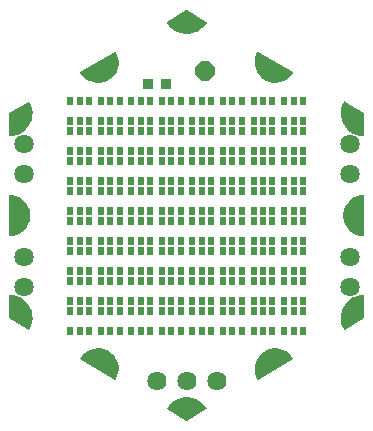
<source format=gbr>
G04 EAGLE Gerber RS-274X export*
G75*
%MOMM*%
%FSLAX34Y34*%
%LPD*%
%INSoldermask Top*%
%IPPOS*%
%AMOC8*
5,1,8,0,0,1.08239X$1,22.5*%
G01*
%ADD10R,0.901600X0.901600*%
%ADD11P,1.759533X8X22.500000*%
%ADD12C,1.625600*%
%ADD13C,1.101600*%
%ADD14R,0.551600X0.751600*%
%ADD15C,1.631600*%

G36*
X-73116Y285545D02*
X-73116Y285545D01*
X-73082Y285553D01*
X-73034Y285554D01*
X-70279Y286093D01*
X-70246Y286106D01*
X-70199Y286115D01*
X-67570Y287100D01*
X-67540Y287118D01*
X-67495Y287135D01*
X-65064Y288539D01*
X-65038Y288562D01*
X-64996Y288586D01*
X-62829Y290371D01*
X-62807Y290398D01*
X-62769Y290428D01*
X-60925Y292545D01*
X-60908Y292576D01*
X-60877Y292612D01*
X-59406Y295004D01*
X-59394Y295036D01*
X-59369Y295077D01*
X-58313Y297679D01*
X-58306Y297713D01*
X-58288Y297757D01*
X-57674Y300497D01*
X-57673Y300532D01*
X-57663Y300579D01*
X-57508Y303382D01*
X-57513Y303417D01*
X-57510Y303465D01*
X-57819Y306255D01*
X-57830Y306288D01*
X-57835Y306336D01*
X-58599Y309038D01*
X-58615Y309069D01*
X-58628Y309115D01*
X-59826Y311654D01*
X-59844Y311678D01*
X-59854Y311705D01*
X-59902Y311757D01*
X-59945Y311814D01*
X-59970Y311828D01*
X-59990Y311850D01*
X-60055Y311878D01*
X-60117Y311914D01*
X-60146Y311918D01*
X-60172Y311929D01*
X-60244Y311930D01*
X-60314Y311939D01*
X-60342Y311931D01*
X-60371Y311932D01*
X-60465Y311897D01*
X-60505Y311885D01*
X-60514Y311879D01*
X-60527Y311874D01*
X-89972Y294874D01*
X-89994Y294854D01*
X-90020Y294842D01*
X-90053Y294805D01*
X-90059Y294801D01*
X-90064Y294794D01*
X-90068Y294789D01*
X-90121Y294742D01*
X-90134Y294716D01*
X-90153Y294694D01*
X-90176Y294627D01*
X-90207Y294563D01*
X-90208Y294533D01*
X-90217Y294506D01*
X-90212Y294435D01*
X-90216Y294364D01*
X-90205Y294336D01*
X-90203Y294307D01*
X-90161Y294217D01*
X-90146Y294178D01*
X-90139Y294169D01*
X-90133Y294157D01*
X-88533Y291850D01*
X-88508Y291826D01*
X-88480Y291786D01*
X-86523Y289773D01*
X-86494Y289754D01*
X-86460Y289719D01*
X-84198Y288056D01*
X-84167Y288042D01*
X-84128Y288013D01*
X-81623Y286745D01*
X-81589Y286736D01*
X-81546Y286714D01*
X-78867Y285876D01*
X-78832Y285873D01*
X-78786Y285858D01*
X-76005Y285473D01*
X-75970Y285475D01*
X-75923Y285468D01*
X-73116Y285545D01*
G37*
G36*
X60342Y34144D02*
X60342Y34144D01*
X60371Y34143D01*
X60465Y34178D01*
X60505Y34190D01*
X60514Y34196D01*
X60527Y34201D01*
X89972Y51201D01*
X89994Y51221D01*
X90020Y51233D01*
X90068Y51286D01*
X90121Y51333D01*
X90134Y51359D01*
X90153Y51381D01*
X90176Y51448D01*
X90207Y51512D01*
X90208Y51542D01*
X90217Y51569D01*
X90212Y51640D01*
X90216Y51711D01*
X90205Y51739D01*
X90203Y51768D01*
X90161Y51858D01*
X90146Y51897D01*
X90139Y51906D01*
X90133Y51918D01*
X88533Y54225D01*
X88508Y54249D01*
X88480Y54289D01*
X86523Y56302D01*
X86494Y56321D01*
X86460Y56356D01*
X84198Y58019D01*
X84167Y58033D01*
X84128Y58062D01*
X81623Y59330D01*
X81589Y59339D01*
X81546Y59361D01*
X78867Y60199D01*
X78832Y60202D01*
X78786Y60217D01*
X76005Y60602D01*
X75970Y60600D01*
X75923Y60607D01*
X73116Y60530D01*
X73082Y60522D01*
X73034Y60521D01*
X70279Y59982D01*
X70246Y59969D01*
X70199Y59960D01*
X67570Y58975D01*
X67540Y58957D01*
X67495Y58940D01*
X65064Y57536D01*
X65038Y57513D01*
X64996Y57489D01*
X62829Y55704D01*
X62807Y55677D01*
X62769Y55647D01*
X60925Y53530D01*
X60908Y53499D01*
X60877Y53463D01*
X59406Y51071D01*
X59394Y51039D01*
X59369Y50998D01*
X58313Y48396D01*
X58306Y48362D01*
X58288Y48318D01*
X57674Y45578D01*
X57673Y45543D01*
X57663Y45496D01*
X57508Y42693D01*
X57513Y42658D01*
X57510Y42610D01*
X57819Y39820D01*
X57830Y39787D01*
X57835Y39739D01*
X58599Y37037D01*
X58615Y37006D01*
X58628Y36960D01*
X59826Y34421D01*
X59844Y34397D01*
X59854Y34370D01*
X59902Y34318D01*
X59945Y34261D01*
X59970Y34247D01*
X59990Y34225D01*
X60055Y34197D01*
X60117Y34161D01*
X60146Y34157D01*
X60172Y34146D01*
X60244Y34145D01*
X60314Y34136D01*
X60342Y34144D01*
G37*
G36*
X-60219Y34170D02*
X-60219Y34170D01*
X-60148Y34175D01*
X-60122Y34189D01*
X-60093Y34194D01*
X-60035Y34234D01*
X-59972Y34267D01*
X-59953Y34289D01*
X-59929Y34306D01*
X-59872Y34387D01*
X-59845Y34420D01*
X-59842Y34431D01*
X-59834Y34442D01*
X-58639Y36979D01*
X-58630Y37013D01*
X-58610Y37057D01*
X-57848Y39756D01*
X-57846Y39790D01*
X-57833Y39837D01*
X-57526Y42624D01*
X-57529Y42652D01*
X-57527Y42660D01*
X-57528Y42665D01*
X-57524Y42707D01*
X-57680Y45507D01*
X-57689Y45540D01*
X-57692Y45589D01*
X-58307Y48325D01*
X-58321Y48356D01*
X-58331Y48403D01*
X-59388Y51001D01*
X-59408Y51030D01*
X-59426Y51075D01*
X-60896Y53463D01*
X-60920Y53488D01*
X-60945Y53529D01*
X-62788Y55643D01*
X-62816Y55664D01*
X-62847Y55700D01*
X-65013Y57482D01*
X-65044Y57498D01*
X-65081Y57529D01*
X-67511Y58929D01*
X-67544Y58940D01*
X-67585Y58965D01*
X-70212Y59946D01*
X-70246Y59952D01*
X-70292Y59969D01*
X-73044Y60504D01*
X-73079Y60504D01*
X-73126Y60513D01*
X-75930Y60589D01*
X-75964Y60583D01*
X-76012Y60584D01*
X-78790Y60197D01*
X-78823Y60186D01*
X-78870Y60179D01*
X-81546Y59340D01*
X-81577Y59323D01*
X-81623Y59309D01*
X-84124Y58041D01*
X-84151Y58020D01*
X-84194Y57998D01*
X-86453Y56335D01*
X-86476Y56310D01*
X-86515Y56281D01*
X-88470Y54270D01*
X-88488Y54241D01*
X-88522Y54206D01*
X-90118Y51900D01*
X-90130Y51874D01*
X-90148Y51851D01*
X-90158Y51820D01*
X-90165Y51809D01*
X-90169Y51782D01*
X-90197Y51718D01*
X-90197Y51688D01*
X-90205Y51660D01*
X-90197Y51590D01*
X-90198Y51519D01*
X-90186Y51492D01*
X-90183Y51463D01*
X-90148Y51401D01*
X-90121Y51335D01*
X-90100Y51315D01*
X-90086Y51290D01*
X-90009Y51226D01*
X-89978Y51197D01*
X-89968Y51192D01*
X-89957Y51184D01*
X-60535Y34222D01*
X-60507Y34213D01*
X-60483Y34197D01*
X-60414Y34182D01*
X-60346Y34159D01*
X-60317Y34162D01*
X-60289Y34156D01*
X-60219Y34170D01*
G37*
G36*
X75964Y285492D02*
X75964Y285492D01*
X76012Y285491D01*
X78790Y285878D01*
X78823Y285889D01*
X78870Y285896D01*
X81546Y286735D01*
X81577Y286752D01*
X81623Y286766D01*
X84124Y288034D01*
X84151Y288055D01*
X84194Y288077D01*
X86453Y289740D01*
X86476Y289765D01*
X86515Y289794D01*
X86843Y290131D01*
X87328Y290631D01*
X87813Y291130D01*
X88298Y291629D01*
X88470Y291805D01*
X88488Y291834D01*
X88522Y291869D01*
X90118Y294175D01*
X90130Y294201D01*
X90148Y294224D01*
X90169Y294292D01*
X90197Y294357D01*
X90197Y294387D01*
X90205Y294415D01*
X90197Y294485D01*
X90198Y294556D01*
X90186Y294583D01*
X90183Y294612D01*
X90148Y294674D01*
X90121Y294740D01*
X90100Y294760D01*
X90086Y294785D01*
X90024Y294836D01*
X90019Y294843D01*
X90009Y294849D01*
X89978Y294878D01*
X89968Y294883D01*
X89957Y294891D01*
X60535Y311853D01*
X60507Y311862D01*
X60483Y311878D01*
X60414Y311893D01*
X60346Y311916D01*
X60317Y311913D01*
X60289Y311919D01*
X60219Y311905D01*
X60148Y311900D01*
X60122Y311886D01*
X60093Y311881D01*
X60035Y311841D01*
X59972Y311808D01*
X59953Y311786D01*
X59929Y311769D01*
X59872Y311688D01*
X59845Y311655D01*
X59842Y311644D01*
X59834Y311633D01*
X58639Y309096D01*
X58630Y309062D01*
X58610Y309018D01*
X57848Y306319D01*
X57846Y306285D01*
X57833Y306238D01*
X57526Y303451D01*
X57529Y303416D01*
X57524Y303368D01*
X57680Y300568D01*
X57689Y300535D01*
X57692Y300486D01*
X58307Y297750D01*
X58321Y297719D01*
X58331Y297672D01*
X59388Y295074D01*
X59408Y295045D01*
X59426Y295000D01*
X60896Y292612D01*
X60920Y292587D01*
X60945Y292546D01*
X62788Y290432D01*
X62816Y290411D01*
X62847Y290375D01*
X65013Y288593D01*
X65044Y288577D01*
X65081Y288546D01*
X67511Y287146D01*
X67544Y287135D01*
X67585Y287110D01*
X70212Y286129D01*
X70246Y286123D01*
X70292Y286106D01*
X73044Y285571D01*
X73079Y285571D01*
X73126Y285562D01*
X75930Y285486D01*
X75964Y285492D01*
G37*
G36*
X-149981Y155562D02*
X-149981Y155562D01*
X-149967Y155561D01*
X-147172Y155791D01*
X-147139Y155801D01*
X-147091Y155805D01*
X-144371Y156491D01*
X-144340Y156506D01*
X-144293Y156518D01*
X-141724Y157643D01*
X-141696Y157663D01*
X-141652Y157682D01*
X-139303Y159214D01*
X-139278Y159239D01*
X-139238Y159265D01*
X-137173Y161163D01*
X-137153Y161191D01*
X-137148Y161196D01*
X-137137Y161203D01*
X-137133Y161209D01*
X-137118Y161224D01*
X-135393Y163436D01*
X-135378Y163467D01*
X-135348Y163505D01*
X-134012Y165970D01*
X-134002Y166003D01*
X-133979Y166046D01*
X-133066Y168698D01*
X-133062Y168732D01*
X-133046Y168778D01*
X-132583Y171543D01*
X-132584Y171578D01*
X-132576Y171626D01*
X-132574Y174430D01*
X-132581Y174464D01*
X-132581Y174512D01*
X-133040Y177279D01*
X-133053Y177311D01*
X-133061Y177359D01*
X-133970Y180012D01*
X-133987Y180042D01*
X-134003Y180087D01*
X-135336Y182555D01*
X-135358Y182581D01*
X-135381Y182624D01*
X-137102Y184838D01*
X-137128Y184861D01*
X-137158Y184899D01*
X-139220Y186800D01*
X-139249Y186818D01*
X-139285Y186850D01*
X-141632Y188386D01*
X-141664Y188399D01*
X-141704Y188425D01*
X-144272Y189553D01*
X-144305Y189561D01*
X-144350Y189580D01*
X-147068Y190270D01*
X-147102Y190272D01*
X-147149Y190284D01*
X-149944Y190518D01*
X-149973Y190514D01*
X-150002Y190519D01*
X-150071Y190503D01*
X-150141Y190494D01*
X-150167Y190480D01*
X-150195Y190473D01*
X-150252Y190431D01*
X-150314Y190396D01*
X-150332Y190373D01*
X-150355Y190355D01*
X-150392Y190294D01*
X-150435Y190238D01*
X-150442Y190209D01*
X-150457Y190184D01*
X-150474Y190086D01*
X-150484Y190045D01*
X-150482Y190034D01*
X-150485Y190020D01*
X-150507Y156059D01*
X-150501Y156031D01*
X-150504Y156001D01*
X-150482Y155934D01*
X-150468Y155864D01*
X-150451Y155840D01*
X-150442Y155812D01*
X-150396Y155759D01*
X-150355Y155700D01*
X-150331Y155685D01*
X-150312Y155663D01*
X-150248Y155631D01*
X-150188Y155593D01*
X-150159Y155588D01*
X-150133Y155575D01*
X-150034Y155567D01*
X-149992Y155560D01*
X-149981Y155562D01*
G37*
G36*
X150071Y155572D02*
X150071Y155572D01*
X150141Y155581D01*
X150167Y155595D01*
X150195Y155602D01*
X150252Y155644D01*
X150314Y155679D01*
X150332Y155702D01*
X150355Y155720D01*
X150392Y155781D01*
X150435Y155837D01*
X150442Y155866D01*
X150457Y155891D01*
X150474Y155989D01*
X150484Y156030D01*
X150482Y156041D01*
X150485Y156055D01*
X150507Y190016D01*
X150507Y190019D01*
X150507Y190021D01*
X150503Y190039D01*
X150501Y190044D01*
X150504Y190074D01*
X150482Y190141D01*
X150468Y190211D01*
X150451Y190235D01*
X150442Y190263D01*
X150396Y190316D01*
X150355Y190375D01*
X150331Y190390D01*
X150312Y190412D01*
X150248Y190444D01*
X150188Y190482D01*
X150159Y190487D01*
X150133Y190500D01*
X150034Y190508D01*
X149992Y190515D01*
X149981Y190513D01*
X149967Y190514D01*
X147172Y190284D01*
X147139Y190274D01*
X147091Y190270D01*
X144371Y189584D01*
X144340Y189569D01*
X144293Y189557D01*
X141724Y188432D01*
X141696Y188412D01*
X141652Y188393D01*
X139303Y186861D01*
X139278Y186836D01*
X139238Y186810D01*
X137173Y184912D01*
X137153Y184884D01*
X137118Y184851D01*
X135393Y182639D01*
X135378Y182608D01*
X135348Y182570D01*
X134012Y180105D01*
X134002Y180072D01*
X133979Y180029D01*
X133066Y177377D01*
X133062Y177343D01*
X133046Y177297D01*
X132583Y174532D01*
X132584Y174497D01*
X132576Y174449D01*
X132574Y171645D01*
X132581Y171611D01*
X132581Y171563D01*
X133040Y168796D01*
X133053Y168764D01*
X133061Y168716D01*
X133970Y166063D01*
X133987Y166033D01*
X134003Y165988D01*
X135336Y163520D01*
X135358Y163494D01*
X135381Y163451D01*
X137102Y161237D01*
X137128Y161214D01*
X137158Y161176D01*
X139220Y159275D01*
X139249Y159257D01*
X139285Y159225D01*
X141632Y157689D01*
X141664Y157676D01*
X141704Y157650D01*
X144272Y156522D01*
X144305Y156514D01*
X144350Y156495D01*
X147068Y155805D01*
X147102Y155803D01*
X147149Y155791D01*
X149944Y155557D01*
X149973Y155561D01*
X150002Y155556D01*
X150071Y155572D01*
G37*
G36*
X150105Y240116D02*
X150105Y240116D01*
X150176Y240124D01*
X150201Y240139D01*
X150229Y240145D01*
X150286Y240188D01*
X150348Y240223D01*
X150366Y240246D01*
X150389Y240263D01*
X150425Y240325D01*
X150468Y240382D01*
X150475Y240410D01*
X150490Y240435D01*
X150507Y240533D01*
X150517Y240574D01*
X150515Y240585D01*
X150518Y240599D01*
X150495Y259638D01*
X150479Y259714D01*
X150471Y259790D01*
X150460Y259810D01*
X150455Y259833D01*
X150411Y259896D01*
X150374Y259963D01*
X150354Y259980D01*
X150342Y259997D01*
X150305Y260021D01*
X150246Y260070D01*
X133769Y269609D01*
X133741Y269618D01*
X133717Y269635D01*
X133648Y269650D01*
X133580Y269672D01*
X133551Y269670D01*
X133523Y269676D01*
X133453Y269663D01*
X133382Y269657D01*
X133356Y269644D01*
X133328Y269638D01*
X133268Y269598D01*
X133205Y269566D01*
X133187Y269543D01*
X133163Y269527D01*
X133105Y269445D01*
X133078Y269413D01*
X133075Y269402D01*
X133067Y269391D01*
X131753Y266621D01*
X131745Y266588D01*
X131724Y266546D01*
X130871Y263601D01*
X130869Y263567D01*
X130855Y263522D01*
X130486Y260478D01*
X130488Y260444D01*
X130482Y260398D01*
X130606Y257334D01*
X130614Y257301D01*
X130616Y257254D01*
X131229Y254250D01*
X131242Y254219D01*
X131251Y254173D01*
X132339Y251306D01*
X132357Y251277D01*
X132373Y251233D01*
X133906Y248578D01*
X133929Y248552D01*
X133952Y248512D01*
X135891Y246137D01*
X135917Y246115D01*
X135947Y246079D01*
X138242Y244046D01*
X138271Y244029D01*
X138306Y243997D01*
X140897Y242358D01*
X140929Y242346D01*
X140969Y242321D01*
X143789Y241119D01*
X143823Y241112D01*
X143866Y241094D01*
X146843Y240360D01*
X146877Y240359D01*
X146922Y240347D01*
X149978Y240100D01*
X150007Y240104D01*
X150035Y240099D01*
X150105Y240116D01*
G37*
G36*
X-133453Y76412D02*
X-133453Y76412D01*
X-133382Y76418D01*
X-133356Y76431D01*
X-133328Y76437D01*
X-133268Y76477D01*
X-133205Y76509D01*
X-133187Y76532D01*
X-133163Y76548D01*
X-133105Y76630D01*
X-133078Y76662D01*
X-133075Y76673D01*
X-133067Y76684D01*
X-131753Y79454D01*
X-131745Y79487D01*
X-131724Y79529D01*
X-130871Y82474D01*
X-130869Y82508D01*
X-130855Y82553D01*
X-130486Y85597D01*
X-130488Y85631D01*
X-130482Y85677D01*
X-130606Y88741D01*
X-130614Y88774D01*
X-130616Y88821D01*
X-131229Y91825D01*
X-131242Y91856D01*
X-131251Y91902D01*
X-132339Y94769D01*
X-132357Y94798D01*
X-132373Y94842D01*
X-133906Y97497D01*
X-133929Y97523D01*
X-133952Y97563D01*
X-135891Y99938D01*
X-135917Y99960D01*
X-135947Y99996D01*
X-138242Y102029D01*
X-138271Y102046D01*
X-138306Y102078D01*
X-140897Y103717D01*
X-140929Y103729D01*
X-140969Y103754D01*
X-143789Y104956D01*
X-143823Y104963D01*
X-143866Y104981D01*
X-146843Y105715D01*
X-146877Y105716D01*
X-146922Y105728D01*
X-149978Y105975D01*
X-150007Y105971D01*
X-150035Y105976D01*
X-150105Y105959D01*
X-150176Y105951D01*
X-150201Y105936D01*
X-150229Y105930D01*
X-150286Y105887D01*
X-150348Y105852D01*
X-150366Y105829D01*
X-150389Y105812D01*
X-150425Y105750D01*
X-150468Y105693D01*
X-150475Y105665D01*
X-150490Y105640D01*
X-150507Y105542D01*
X-150517Y105501D01*
X-150515Y105490D01*
X-150518Y105476D01*
X-150495Y86437D01*
X-150479Y86361D01*
X-150471Y86285D01*
X-150460Y86265D01*
X-150455Y86242D01*
X-150411Y86179D01*
X-150374Y86112D01*
X-150354Y86095D01*
X-150342Y86078D01*
X-150305Y86054D01*
X-150246Y86005D01*
X-133769Y76466D01*
X-133741Y76457D01*
X-133717Y76440D01*
X-133648Y76425D01*
X-133580Y76403D01*
X-133551Y76405D01*
X-133523Y76399D01*
X-133453Y76412D01*
G37*
G36*
X133609Y76444D02*
X133609Y76444D01*
X133637Y76443D01*
X133733Y76479D01*
X133773Y76490D01*
X133781Y76497D01*
X133793Y76501D01*
X150247Y86001D01*
X150306Y86053D01*
X150368Y86099D01*
X150380Y86118D01*
X150396Y86133D01*
X150430Y86203D01*
X150470Y86270D01*
X150474Y86295D01*
X150482Y86312D01*
X150484Y86357D01*
X150497Y86434D01*
X150474Y105474D01*
X150469Y105502D01*
X150471Y105530D01*
X150449Y105598D01*
X150434Y105669D01*
X150418Y105692D01*
X150409Y105719D01*
X150362Y105773D01*
X150322Y105832D01*
X150298Y105848D01*
X150279Y105869D01*
X150215Y105901D01*
X150154Y105939D01*
X150126Y105944D01*
X150100Y105956D01*
X150000Y105965D01*
X149958Y105972D01*
X149947Y105970D01*
X149934Y105971D01*
X146885Y105721D01*
X146852Y105711D01*
X146805Y105708D01*
X143835Y104972D01*
X143805Y104957D01*
X143759Y104946D01*
X143538Y104852D01*
X142370Y104353D01*
X141203Y103854D01*
X141202Y103854D01*
X140946Y103744D01*
X140918Y103725D01*
X140874Y103706D01*
X138290Y102068D01*
X138266Y102044D01*
X138226Y102020D01*
X135938Y99988D01*
X135918Y99961D01*
X135883Y99930D01*
X133950Y97557D01*
X133934Y97527D01*
X133905Y97491D01*
X132378Y94839D01*
X132367Y94807D01*
X132344Y94767D01*
X131262Y91904D01*
X131257Y91871D01*
X131240Y91827D01*
X130631Y88828D01*
X130631Y88795D01*
X130622Y88749D01*
X130502Y85691D01*
X130508Y85658D01*
X130505Y85611D01*
X130878Y82574D01*
X130889Y82542D01*
X130894Y82495D01*
X131749Y79557D01*
X131765Y79527D01*
X131777Y79482D01*
X133093Y76719D01*
X133110Y76697D01*
X133119Y76670D01*
X133169Y76618D01*
X133212Y76560D01*
X133237Y76546D01*
X133256Y76525D01*
X133322Y76497D01*
X133384Y76461D01*
X133412Y76457D01*
X133438Y76446D01*
X133510Y76445D01*
X133581Y76436D01*
X133609Y76444D01*
G37*
G36*
X-149947Y240105D02*
X-149947Y240105D01*
X-149934Y240104D01*
X-146885Y240354D01*
X-146852Y240364D01*
X-146805Y240367D01*
X-143835Y241103D01*
X-143805Y241118D01*
X-143759Y241129D01*
X-143731Y241141D01*
X-143730Y241141D01*
X-142563Y241640D01*
X-141395Y242139D01*
X-140946Y242331D01*
X-140918Y242350D01*
X-140874Y242369D01*
X-138290Y244007D01*
X-138266Y244031D01*
X-138226Y244055D01*
X-135938Y246087D01*
X-135918Y246114D01*
X-135883Y246145D01*
X-133950Y248518D01*
X-133934Y248548D01*
X-133905Y248584D01*
X-132378Y251236D01*
X-132367Y251268D01*
X-132344Y251308D01*
X-131262Y254171D01*
X-131257Y254204D01*
X-131240Y254248D01*
X-130631Y257247D01*
X-130631Y257280D01*
X-130622Y257326D01*
X-130502Y260384D01*
X-130508Y260417D01*
X-130505Y260464D01*
X-130878Y263501D01*
X-130889Y263533D01*
X-130894Y263580D01*
X-131749Y266518D01*
X-131765Y266548D01*
X-131777Y266593D01*
X-133093Y269356D01*
X-133110Y269378D01*
X-133119Y269405D01*
X-133169Y269457D01*
X-133212Y269515D01*
X-133237Y269529D01*
X-133256Y269550D01*
X-133322Y269578D01*
X-133384Y269614D01*
X-133412Y269618D01*
X-133438Y269629D01*
X-133510Y269630D01*
X-133581Y269639D01*
X-133609Y269631D01*
X-133637Y269632D01*
X-133733Y269596D01*
X-133773Y269585D01*
X-133781Y269578D01*
X-133793Y269574D01*
X-150247Y260074D01*
X-150306Y260022D01*
X-150368Y259976D01*
X-150380Y259957D01*
X-150396Y259942D01*
X-150430Y259872D01*
X-150470Y259805D01*
X-150474Y259780D01*
X-150482Y259763D01*
X-150484Y259718D01*
X-150497Y259641D01*
X-150474Y240601D01*
X-150469Y240573D01*
X-150471Y240545D01*
X-150449Y240477D01*
X-150434Y240406D01*
X-150418Y240383D01*
X-150409Y240356D01*
X-150362Y240302D01*
X-150322Y240243D01*
X-150298Y240227D01*
X-150279Y240206D01*
X-150215Y240174D01*
X-150154Y240136D01*
X-150126Y240131D01*
X-150100Y240119D01*
X-150000Y240110D01*
X-149958Y240103D01*
X-149947Y240105D01*
G37*
G36*
X1560Y326782D02*
X1560Y326782D01*
X1607Y326782D01*
X4628Y327269D01*
X4660Y327281D01*
X4706Y327288D01*
X7610Y328254D01*
X7639Y328271D01*
X7684Y328285D01*
X10395Y329704D01*
X10421Y329725D01*
X10463Y329747D01*
X12911Y331582D01*
X12934Y331607D01*
X12971Y331635D01*
X15093Y333839D01*
X15112Y333868D01*
X15144Y333902D01*
X16886Y336418D01*
X16897Y336444D01*
X16915Y336466D01*
X16936Y336535D01*
X16964Y336601D01*
X16964Y336629D01*
X16972Y336657D01*
X16964Y336728D01*
X16965Y336799D01*
X16954Y336826D01*
X16950Y336854D01*
X16916Y336917D01*
X16888Y336983D01*
X16867Y337003D01*
X16853Y337028D01*
X16776Y337092D01*
X16745Y337122D01*
X16735Y337126D01*
X16725Y337134D01*
X248Y346673D01*
X174Y346698D01*
X103Y346729D01*
X81Y346730D01*
X59Y346737D01*
X-18Y346731D01*
X-96Y346732D01*
X-119Y346723D01*
X-139Y346721D01*
X-178Y346701D01*
X-252Y346674D01*
X-16706Y337174D01*
X-16728Y337155D01*
X-16753Y337143D01*
X-16801Y337090D01*
X-16855Y337042D01*
X-16867Y337016D01*
X-16886Y336995D01*
X-16910Y336927D01*
X-16941Y336863D01*
X-16942Y336834D01*
X-16952Y336807D01*
X-16947Y336736D01*
X-16950Y336664D01*
X-16940Y336637D01*
X-16938Y336609D01*
X-16895Y336517D01*
X-16881Y336478D01*
X-16873Y336470D01*
X-16868Y336458D01*
X-15133Y333938D01*
X-15108Y333914D01*
X-15082Y333876D01*
X-12965Y331666D01*
X-12937Y331647D01*
X-12905Y331613D01*
X-10461Y329772D01*
X-10430Y329757D01*
X-10393Y329729D01*
X-7685Y328304D01*
X-7653Y328294D01*
X-7612Y328272D01*
X-4710Y327300D01*
X-4677Y327296D01*
X-4676Y327295D01*
X-4632Y327280D01*
X-1613Y326786D01*
X-1579Y326787D01*
X-1533Y326779D01*
X1527Y326776D01*
X1560Y326782D01*
G37*
G36*
X18Y-656D02*
X18Y-656D01*
X96Y-657D01*
X119Y-648D01*
X139Y-646D01*
X178Y-626D01*
X252Y-599D01*
X16706Y8901D01*
X16728Y8920D01*
X16753Y8932D01*
X16788Y8970D01*
X16791Y8972D01*
X16794Y8977D01*
X16801Y8985D01*
X16855Y9033D01*
X16867Y9059D01*
X16886Y9080D01*
X16910Y9148D01*
X16941Y9212D01*
X16942Y9241D01*
X16952Y9268D01*
X16947Y9339D01*
X16950Y9411D01*
X16940Y9438D01*
X16938Y9466D01*
X16895Y9558D01*
X16881Y9597D01*
X16873Y9605D01*
X16868Y9617D01*
X15133Y12137D01*
X15108Y12161D01*
X15082Y12199D01*
X12965Y14409D01*
X12937Y14428D01*
X12905Y14462D01*
X10461Y16303D01*
X10430Y16318D01*
X10393Y16346D01*
X7685Y17771D01*
X7653Y17781D01*
X7612Y17803D01*
X4710Y18775D01*
X4687Y18778D01*
X4674Y18780D01*
X4632Y18795D01*
X1613Y19289D01*
X1579Y19288D01*
X1533Y19296D01*
X-1527Y19299D01*
X-1560Y19293D01*
X-1607Y19293D01*
X-4628Y18806D01*
X-4660Y18794D01*
X-4706Y18787D01*
X-7610Y17821D01*
X-7639Y17804D01*
X-7684Y17790D01*
X-10395Y16371D01*
X-10421Y16350D01*
X-10463Y16328D01*
X-12911Y14493D01*
X-12934Y14468D01*
X-12971Y14440D01*
X-15093Y12236D01*
X-15112Y12207D01*
X-15144Y12173D01*
X-16886Y9657D01*
X-16897Y9631D01*
X-16915Y9609D01*
X-16936Y9540D01*
X-16964Y9474D01*
X-16964Y9446D01*
X-16972Y9418D01*
X-16964Y9347D01*
X-16965Y9276D01*
X-16954Y9249D01*
X-16950Y9221D01*
X-16916Y9158D01*
X-16888Y9092D01*
X-16867Y9072D01*
X-16853Y9047D01*
X-16776Y8983D01*
X-16745Y8953D01*
X-16735Y8949D01*
X-16725Y8941D01*
X-248Y-598D01*
X-174Y-623D01*
X-103Y-654D01*
X-81Y-655D01*
X-59Y-662D01*
X18Y-656D01*
G37*
D10*
X-32900Y284163D03*
X-17900Y284163D03*
D11*
X15875Y295275D03*
D12*
X-25400Y33338D03*
X0Y33338D03*
X25400Y33338D03*
D13*
X-16Y338266D03*
X143067Y255638D03*
X143084Y90409D03*
X16Y7809D03*
X-143067Y90438D03*
X-143084Y255666D03*
X71551Y296908D03*
X143051Y173067D03*
X71550Y49109D03*
X-71551Y49167D03*
X-143051Y173008D03*
X-71550Y296966D03*
D14*
X-72634Y101038D03*
X-56634Y101038D03*
X-64634Y118038D03*
X-72634Y118038D03*
X-56634Y118038D03*
X-64634Y101038D03*
X-46780Y101038D03*
X-30780Y101038D03*
X-38780Y118038D03*
X-46780Y118038D03*
X-30780Y118038D03*
X-38780Y101038D03*
X-20927Y101038D03*
X-4927Y101038D03*
X-12927Y118038D03*
X-20927Y118038D03*
X-4927Y118038D03*
X-12927Y101038D03*
X4927Y101038D03*
X20927Y101038D03*
X12927Y118038D03*
X4927Y118038D03*
X20927Y118038D03*
X12927Y101038D03*
X30780Y101038D03*
X46780Y101038D03*
X38780Y118038D03*
X30780Y118038D03*
X46780Y118038D03*
X38780Y101038D03*
X56634Y101038D03*
X72634Y101038D03*
X64634Y118038D03*
X56634Y118038D03*
X72634Y118038D03*
X64634Y101038D03*
X82488Y101038D03*
X98488Y101038D03*
X90488Y118038D03*
X82488Y118038D03*
X98488Y118038D03*
X90488Y101038D03*
X-98488Y126438D03*
X-82488Y126438D03*
X-90488Y143438D03*
X-98488Y143438D03*
X-82488Y143438D03*
X-90488Y126438D03*
X-72634Y126438D03*
X-56634Y126438D03*
X-64634Y143438D03*
X-72634Y143438D03*
X-56634Y143438D03*
X-64634Y126438D03*
X-46780Y126438D03*
X-30780Y126438D03*
X-38780Y143438D03*
X-46780Y143438D03*
X-30780Y143438D03*
X-38780Y126438D03*
X-20927Y126438D03*
X-4927Y126438D03*
X-12927Y143438D03*
X-20927Y143438D03*
X-4927Y143438D03*
X-12927Y126438D03*
X4927Y126438D03*
X20927Y126438D03*
X12927Y143438D03*
X4927Y143438D03*
X20927Y143438D03*
X12927Y126438D03*
X30780Y126438D03*
X46780Y126438D03*
X38780Y143438D03*
X30780Y143438D03*
X46780Y143438D03*
X38780Y126438D03*
X56634Y126438D03*
X72634Y126438D03*
X64634Y143438D03*
X56634Y143438D03*
X72634Y143438D03*
X64634Y126438D03*
X82488Y126438D03*
X98488Y126438D03*
X90488Y143438D03*
X82488Y143438D03*
X98488Y143438D03*
X90488Y126438D03*
X-98488Y151838D03*
X-82488Y151838D03*
X-90488Y168838D03*
X-98488Y168838D03*
X-82488Y168838D03*
X-90488Y151838D03*
X-72634Y151838D03*
X-56634Y151838D03*
X-64634Y168838D03*
X-72634Y168838D03*
X-56634Y168838D03*
X-64634Y151838D03*
X-46780Y151838D03*
X-30780Y151838D03*
X-38780Y168838D03*
X-46780Y168838D03*
X-30780Y168838D03*
X-38780Y151838D03*
X-20927Y151838D03*
X-4927Y151838D03*
X-12927Y168838D03*
X-20927Y168838D03*
X-4927Y168838D03*
X-12927Y151838D03*
X4927Y151838D03*
X20927Y151838D03*
X12927Y168838D03*
X4927Y168838D03*
X20927Y168838D03*
X12927Y151838D03*
X30780Y151838D03*
X46780Y151838D03*
X38780Y168838D03*
X30780Y168838D03*
X46780Y168838D03*
X38780Y151838D03*
X56634Y151838D03*
X72634Y151838D03*
X64634Y168838D03*
X56634Y168838D03*
X72634Y168838D03*
X64634Y151838D03*
X82488Y151838D03*
X98488Y151838D03*
X90488Y168838D03*
X82488Y168838D03*
X98488Y168838D03*
X90488Y151838D03*
X-98488Y177238D03*
X-82488Y177238D03*
X-90488Y194238D03*
X-98488Y194238D03*
X-82488Y194238D03*
X-90488Y177238D03*
X-72634Y177238D03*
X-56634Y177238D03*
X-64634Y194238D03*
X-72634Y194238D03*
X-56634Y194238D03*
X-64634Y177238D03*
X-46780Y177238D03*
X-30780Y177238D03*
X-38780Y194238D03*
X-46780Y194238D03*
X-30780Y194238D03*
X-38780Y177238D03*
X-20927Y177238D03*
X-4927Y177238D03*
X-12927Y194238D03*
X-20927Y194238D03*
X-4927Y194238D03*
X-12927Y177238D03*
X4927Y177238D03*
X20927Y177238D03*
X12927Y194238D03*
X4927Y194238D03*
X20927Y194238D03*
X12927Y177238D03*
X30780Y177238D03*
X46780Y177238D03*
X38780Y194238D03*
X30780Y194238D03*
X46780Y194238D03*
X38780Y177238D03*
X56634Y177238D03*
X72634Y177238D03*
X64634Y194238D03*
X56634Y194238D03*
X72634Y194238D03*
X64634Y177238D03*
X82488Y177238D03*
X98488Y177238D03*
X90488Y194238D03*
X82488Y194238D03*
X98488Y194238D03*
X90488Y177238D03*
X-98488Y202638D03*
X-82488Y202638D03*
X-90488Y219638D03*
X-98488Y219638D03*
X-82488Y219638D03*
X-90488Y202638D03*
X-72634Y202638D03*
X-56634Y202638D03*
X-64634Y219638D03*
X-72634Y219638D03*
X-56634Y219638D03*
X-64634Y202638D03*
X-46780Y202638D03*
X-30780Y202638D03*
X-38780Y219638D03*
X-46780Y219638D03*
X-30780Y219638D03*
X-38780Y202638D03*
X-20927Y202638D03*
X-4927Y202638D03*
X-12927Y219638D03*
X-20927Y219638D03*
X-4927Y219638D03*
X-12927Y202638D03*
X4927Y202638D03*
X20927Y202638D03*
X12927Y219638D03*
X4927Y219638D03*
X20927Y219638D03*
X12927Y202638D03*
X30780Y202638D03*
X46780Y202638D03*
X38780Y219638D03*
X30780Y219638D03*
X46780Y219638D03*
X38780Y202638D03*
X56634Y202638D03*
X72634Y202638D03*
X64634Y219638D03*
X56634Y219638D03*
X72634Y219638D03*
X64634Y202638D03*
X82488Y202638D03*
X98488Y202638D03*
X90488Y219638D03*
X82488Y219638D03*
X98488Y219638D03*
X90488Y202638D03*
X-98488Y228038D03*
X-82488Y228038D03*
X-90488Y245038D03*
X-98488Y245038D03*
X-82488Y245038D03*
X-90488Y228038D03*
X-72634Y228038D03*
X-56634Y228038D03*
X-64634Y245038D03*
X-72634Y245038D03*
X-56634Y245038D03*
X-64634Y228038D03*
X-46780Y228038D03*
X-30780Y228038D03*
X-38780Y245038D03*
X-46780Y245038D03*
X-30780Y245038D03*
X-38780Y228038D03*
X-20927Y228038D03*
X-4927Y228038D03*
X-12927Y245038D03*
X-20927Y245038D03*
X-4927Y245038D03*
X-12927Y228038D03*
X4927Y228038D03*
X20927Y228038D03*
X12927Y245038D03*
X4927Y245038D03*
X20927Y245038D03*
X12927Y228038D03*
X30780Y228038D03*
X46780Y228038D03*
X38780Y245038D03*
X30780Y245038D03*
X46780Y245038D03*
X38780Y228038D03*
X56634Y228038D03*
X72634Y228038D03*
X64634Y245038D03*
X56634Y245038D03*
X72634Y245038D03*
X64634Y228038D03*
X82488Y228038D03*
X98488Y228038D03*
X90488Y245038D03*
X82488Y245038D03*
X98488Y245038D03*
X90488Y228038D03*
X-98488Y253438D03*
X-82488Y253438D03*
X-90488Y270438D03*
X-98488Y270438D03*
X-82488Y270438D03*
X-90488Y253438D03*
X-72634Y253438D03*
X-56634Y253438D03*
X-64634Y270438D03*
X-72634Y270438D03*
X-56634Y270438D03*
X-64634Y253438D03*
X-46780Y253438D03*
X-30780Y253438D03*
X-38780Y270438D03*
X-46780Y270438D03*
X-30780Y270438D03*
X-38780Y253438D03*
X-20927Y253438D03*
X-4927Y253438D03*
X-12927Y270438D03*
X-20927Y270438D03*
X-4927Y270438D03*
X-12927Y253438D03*
X4927Y253438D03*
X20927Y253438D03*
X12927Y270438D03*
X4927Y270438D03*
X20927Y270438D03*
X12927Y253438D03*
X30780Y253438D03*
X46780Y253438D03*
X38780Y270438D03*
X30780Y270438D03*
X46780Y270438D03*
X38780Y253438D03*
X56634Y253438D03*
X72634Y253438D03*
X64634Y270438D03*
X56634Y270438D03*
X72634Y270438D03*
X64634Y253438D03*
X82488Y253438D03*
X98488Y253438D03*
X90488Y270438D03*
X82488Y270438D03*
X98488Y270438D03*
X90488Y253438D03*
X-98488Y75638D03*
X-82488Y75638D03*
X-90488Y92638D03*
X-98488Y92638D03*
X-82488Y92638D03*
X-90488Y75638D03*
X-72634Y75638D03*
X-56634Y75638D03*
X-64634Y92638D03*
X-72634Y92638D03*
X-56634Y92638D03*
X-64634Y75638D03*
X-46780Y75638D03*
X-30780Y75638D03*
X-38780Y92638D03*
X-46780Y92638D03*
X-30780Y92638D03*
X-38780Y75638D03*
X-20927Y75638D03*
X-4927Y75638D03*
X-12927Y92638D03*
X-20927Y92638D03*
X-4927Y92638D03*
X-12927Y75638D03*
X4927Y75638D03*
X20927Y75638D03*
X12927Y92638D03*
X4927Y92638D03*
X20927Y92638D03*
X12927Y75638D03*
X30780Y75638D03*
X46780Y75638D03*
X38780Y92638D03*
X30780Y92638D03*
X46780Y92638D03*
X38780Y75638D03*
X56634Y75638D03*
X72634Y75638D03*
X64634Y92638D03*
X56634Y92638D03*
X72634Y92638D03*
X64634Y75638D03*
X82488Y75638D03*
X98488Y75638D03*
X90488Y92638D03*
X82488Y92638D03*
X98488Y92638D03*
X90488Y75638D03*
X-98488Y101038D03*
X-82488Y101038D03*
X-90488Y118038D03*
X-98488Y118038D03*
X-82488Y118038D03*
X-90488Y101038D03*
D15*
X138113Y138113D03*
X138113Y112713D03*
X-138113Y233363D03*
X-138113Y207963D03*
X-138113Y138113D03*
X-138113Y112713D03*
X138113Y233363D03*
X138113Y207963D03*
M02*

</source>
